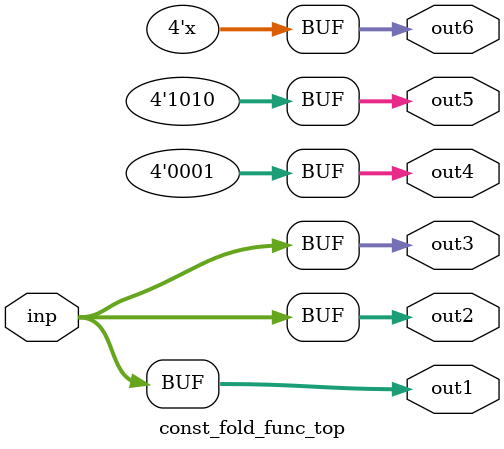
<source format=v>
/* Generated by Yosys 0.62+39 (git sha1 131911291-dirty, g++ 11.4.0-1ubuntu1~22.04.2 -Og -fPIC) */

(* src = "dut.sv:1.1-61.10" *)
(* top =  1  *)
module const_fold_func_top(inp, out1, out2, out3, out4, out5, out6);
  (* src = "dut.sv:2.19-2.22" *)
  input [3:0] inp;
  wire [3:0] inp;
  (* src = "dut.sv:3.20-3.24" *)
  output [3:0] out1;
  wire [3:0] out1;
  (* src = "dut.sv:3.26-3.30" *)
  output [3:0] out2;
  wire [3:0] out2;
  (* src = "dut.sv:3.32-3.36" *)
  output [3:0] out3;
  wire [3:0] out3;
  (* src = "dut.sv:3.38-3.42" *)
  output [3:0] out4;
  wire [3:0] out4;
  (* src = "dut.sv:3.44-3.48" *)
  output [3:0] out5;
  wire [3:0] out5;
  (* src = "dut.sv:4.19-4.23" *)
  output [3:0] out6;
  wire [3:0] out6;
  assign out6 = 4'hx;
  assign out5 = 4'ha;
  assign out4 = 4'h1;
  assign out3 = inp;
  assign out2 = inp;
  assign out1 = inp;
endmodule

</source>
